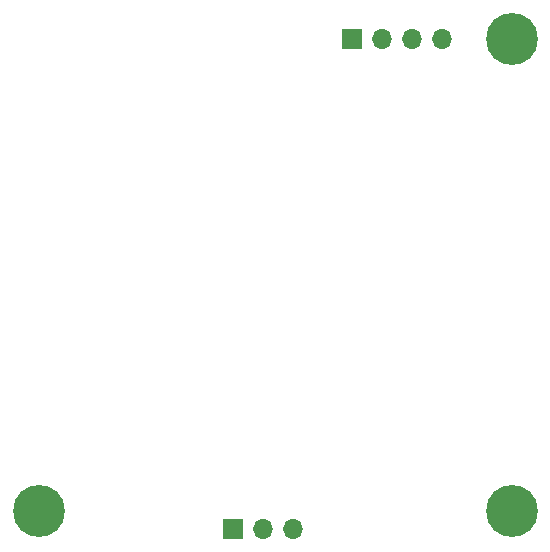
<source format=gbr>
%TF.GenerationSoftware,KiCad,Pcbnew,8.0.2*%
%TF.CreationDate,2024-07-16T11:33:13-07:00*%
%TF.ProjectId,sensor-node-rev-2,73656e73-6f72-42d6-9e6f-64652d726576,rev?*%
%TF.SameCoordinates,Original*%
%TF.FileFunction,Soldermask,Bot*%
%TF.FilePolarity,Negative*%
%FSLAX46Y46*%
G04 Gerber Fmt 4.6, Leading zero omitted, Abs format (unit mm)*
G04 Created by KiCad (PCBNEW 8.0.2) date 2024-07-16 11:33:13*
%MOMM*%
%LPD*%
G01*
G04 APERTURE LIST*
%ADD10R,1.700000X1.700000*%
%ADD11O,1.700000X1.700000*%
%ADD12C,4.400000*%
G04 APERTURE END LIST*
D10*
%TO.C,J2*%
X105000000Y-100500000D03*
D11*
X107540000Y-100500000D03*
X110080000Y-100500000D03*
X112620000Y-100500000D03*
%TD*%
D12*
%TO.C,H3*%
X118500000Y-100500000D03*
%TD*%
%TO.C,H4*%
X118500000Y-140500000D03*
%TD*%
D10*
%TO.C,J4*%
X94920000Y-142000000D03*
D11*
X97460000Y-142000000D03*
X100000000Y-142000000D03*
%TD*%
D12*
%TO.C,H2*%
X78500000Y-140500000D03*
%TD*%
M02*

</source>
